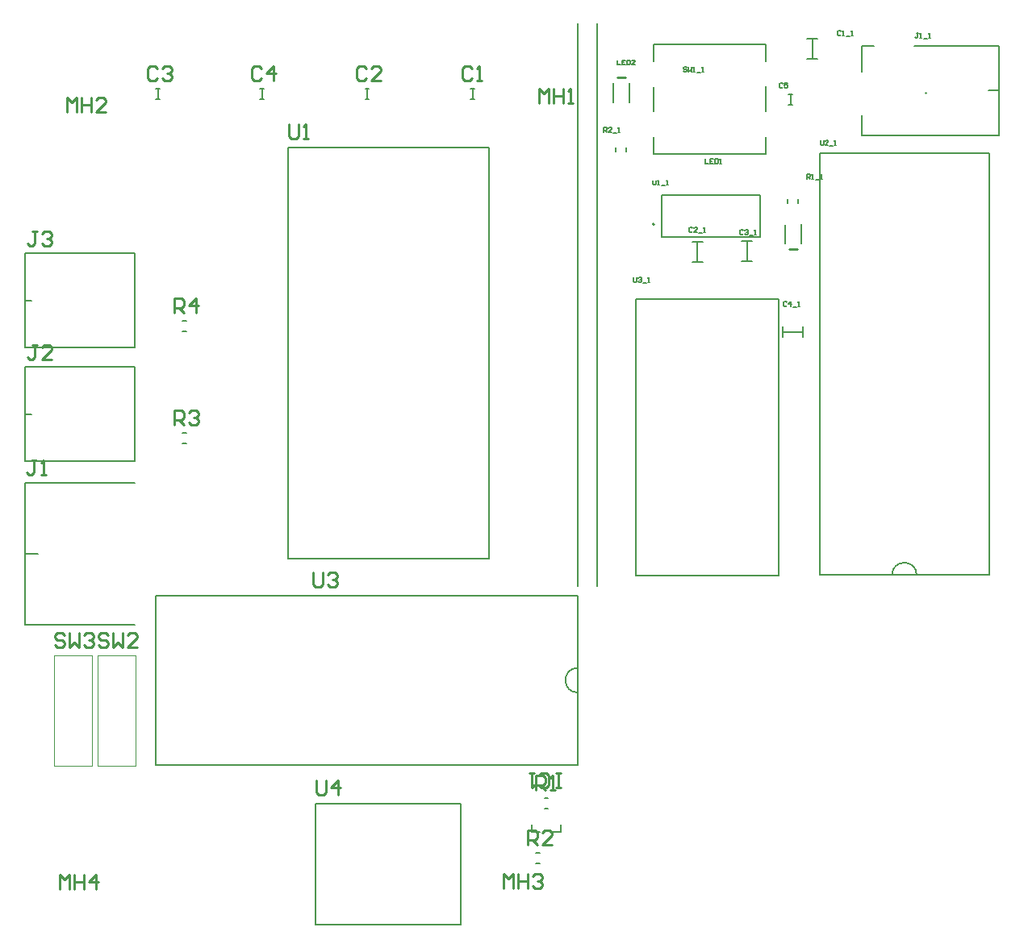
<source format=gto>
G04*
G04 #@! TF.GenerationSoftware,Altium Limited,Altium Designer,24.9.1 (31)*
G04*
G04 Layer_Color=65535*
%FSLAX44Y44*%
%MOMM*%
G71*
G04*
G04 #@! TF.SameCoordinates,08A160DE-048D-4C44-B89D-0D19DBCE6055*
G04*
G04*
G04 #@! TF.FilePolarity,Positive*
G04*
G01*
G75*
%ADD10C,0.1270*%
%ADD11C,0.2000*%
%ADD12C,0.1500*%
%ADD13C,0.2540*%
%ADD14C,0.1524*%
%ADD15C,0.1000*%
D10*
X955292Y2424430D02*
G03*
X929389Y2424430I-12952J0D01*
G01*
X599694Y2326891D02*
G03*
X599694Y2300988I0J-12952D01*
G01*
X897970Y2980160D02*
X910026D01*
X897970Y2953258D02*
Y2980160D01*
X1041970Y2886160D02*
Y2980160D01*
X897970Y2886160D02*
X1041970D01*
X897970D02*
Y2907030D01*
X952470Y2980160D02*
X1041970D01*
X853440Y2424430D02*
Y2867660D01*
X1031240D01*
Y2424430D02*
Y2867660D01*
X853440Y2424430D02*
X1031240D01*
X687387Y2779395D02*
Y2823845D01*
Y2779395D02*
X790892D01*
Y2823845D01*
X687387D02*
X790892D01*
X156464Y2225040D02*
X599694D01*
X156464D02*
Y2402840D01*
X599694D01*
Y2225040D02*
Y2402840D01*
X20014Y2712720D02*
X26107D01*
X20014Y2663220D02*
Y2762220D01*
X135014D01*
Y2663220D02*
Y2762220D01*
X20014Y2663220D02*
X135014D01*
X20014Y2593340D02*
X26107D01*
X20014Y2543840D02*
Y2642840D01*
X135014D01*
Y2543840D02*
Y2642840D01*
X20014Y2543840D02*
X135014D01*
D11*
X680140Y2792730D02*
G03*
X680140Y2792730I-1000J0D01*
G01*
X620000Y2413000D02*
X620000Y3003550D01*
X600000Y2413000D02*
Y3003550D01*
X679640Y2964410D02*
Y2981910D01*
X796640D01*
Y2866910D02*
Y2884410D01*
X679640Y2866910D02*
X796640D01*
X679640D02*
Y2884410D01*
Y2911410D02*
Y2936910D01*
X796640Y2911410D02*
Y2937410D01*
Y2964410D02*
Y2981910D01*
X660400Y2423990D02*
Y2713990D01*
X810400Y2423990D02*
Y2713990D01*
X660400Y2423990D02*
X810400D01*
X660400Y2713990D02*
X810400D01*
X324104Y2057400D02*
X476504D01*
X324104Y2184400D02*
X476504D01*
Y2057400D02*
Y2184400D01*
X324104Y2057400D02*
Y2184400D01*
X295404Y2441700D02*
X506404D01*
X295404D02*
Y2873700D01*
X506404D01*
Y2441700D02*
Y2873700D01*
X581674Y2154540D02*
Y2162540D01*
X573674Y2154540D02*
X581674D01*
X551674D02*
Y2162540D01*
Y2154540D02*
X559674D01*
D12*
X1030700Y2933160D02*
X1041970D01*
X845820Y2966380D02*
Y2986880D01*
X840320Y2987380D02*
X851320D01*
X840320Y2966380D02*
X851320D01*
X820960Y2929040D02*
X824960D01*
X820960Y2918040D02*
X824960D01*
X822960D02*
Y2929040D01*
X725170Y2753020D02*
Y2773520D01*
X719670Y2774020D02*
X730670D01*
X719670Y2753020D02*
X730670D01*
X815500Y2679700D02*
X836000D01*
X815000Y2674200D02*
Y2685200D01*
X836000Y2674200D02*
Y2685200D01*
X831000Y2814860D02*
Y2818860D01*
X820000Y2814860D02*
Y2818860D01*
X777240Y2754790D02*
Y2775290D01*
X771740Y2754290D02*
X782740D01*
X771740Y2775290D02*
X782740D01*
X639660Y2869470D02*
Y2873470D01*
X650660Y2869470D02*
Y2873470D01*
X19804Y2446420D02*
X33304D01*
X19804Y2520920D02*
X134804D01*
X19804Y2371920D02*
Y2520920D01*
Y2371920D02*
X134664D01*
X266224Y2924390D02*
X270224D01*
X266224Y2935390D02*
X270224D01*
X268224Y2924390D02*
Y2935390D01*
X487204Y2924390D02*
X491204D01*
X487204Y2935390D02*
X491204D01*
X489204Y2924390D02*
Y2935390D01*
X376714Y2924390D02*
X380714D01*
X376714Y2935390D02*
X380714D01*
X378714Y2924390D02*
Y2935390D01*
X184944Y2562440D02*
X188944D01*
X184944Y2573440D02*
X188944D01*
X564674Y2189900D02*
X568674D01*
X564674Y2178900D02*
X568674D01*
X157004Y2924390D02*
X161004D01*
X157004Y2935390D02*
X161004D01*
X159004Y2924390D02*
Y2935390D01*
X555784Y2121750D02*
X559784D01*
X555784Y2132750D02*
X559784D01*
X184944Y2691550D02*
X188944D01*
X184944Y2680550D02*
X188944D01*
X714279Y2957373D02*
X713446Y2958206D01*
X711780D01*
X710947Y2957373D01*
Y2956540D01*
X711780Y2955706D01*
X713446D01*
X714279Y2954873D01*
Y2954041D01*
X713446Y2953207D01*
X711780D01*
X710947Y2954041D01*
X715945Y2958206D02*
Y2953207D01*
X717611Y2954873D01*
X719277Y2953207D01*
Y2958206D01*
X720944Y2953207D02*
X722610D01*
X721777D01*
Y2958206D01*
X720944Y2957373D01*
X725109Y2952374D02*
X728441D01*
X730107Y2953207D02*
X731773D01*
X730940D01*
Y2958206D01*
X730107Y2957373D01*
X956808Y2993766D02*
X955142D01*
X955975D01*
Y2989601D01*
X955142Y2988767D01*
X954309D01*
X953476Y2989601D01*
X958474Y2988767D02*
X960140D01*
X959307D01*
Y2993766D01*
X958474Y2992933D01*
X962640Y2987934D02*
X965972D01*
X967638Y2988767D02*
X969304D01*
X968471D01*
Y2993766D01*
X967638Y2992933D01*
X854202Y2880786D02*
Y2876621D01*
X855035Y2875788D01*
X856701D01*
X857534Y2876621D01*
Y2880786D01*
X862533Y2875788D02*
X859200D01*
X862533Y2879120D01*
Y2879953D01*
X861700Y2880786D01*
X860033D01*
X859200Y2879953D01*
X864199Y2874955D02*
X867531D01*
X869197Y2875788D02*
X870863D01*
X870030D01*
Y2880786D01*
X869197Y2879953D01*
X678688Y2839130D02*
Y2834965D01*
X679521Y2834132D01*
X681187D01*
X682020Y2834965D01*
Y2839130D01*
X683686Y2834132D02*
X685352D01*
X684519D01*
Y2839130D01*
X683686Y2838297D01*
X687852Y2833299D02*
X691184D01*
X692850Y2834132D02*
X694516D01*
X693683D01*
Y2839130D01*
X692850Y2838297D01*
X658419Y2737226D02*
Y2733060D01*
X659252Y2732227D01*
X660919D01*
X661752Y2733060D01*
Y2737226D01*
X663418Y2736393D02*
X664251Y2737226D01*
X665917D01*
X666750Y2736393D01*
Y2735560D01*
X665917Y2734727D01*
X665084D01*
X665917D01*
X666750Y2733893D01*
Y2733060D01*
X665917Y2732227D01*
X664251D01*
X663418Y2733060D01*
X668416Y2731394D02*
X671748D01*
X673415Y2732227D02*
X675081D01*
X674248D01*
Y2737226D01*
X673415Y2736393D01*
X875528Y2995473D02*
X874695Y2996306D01*
X873029D01*
X872196Y2995473D01*
Y2992141D01*
X873029Y2991307D01*
X874695D01*
X875528Y2992141D01*
X877194Y2991307D02*
X878860D01*
X878027D01*
Y2996306D01*
X877194Y2995473D01*
X881360Y2990474D02*
X884692D01*
X886358Y2991307D02*
X888024D01*
X887191D01*
Y2996306D01*
X886358Y2995473D01*
X814608Y2940659D02*
X813775Y2941492D01*
X812109D01*
X811276Y2940659D01*
Y2937327D01*
X812109Y2936494D01*
X813775D01*
X814608Y2937327D01*
X819607Y2941492D02*
X816274D01*
Y2938993D01*
X817941Y2939826D01*
X818773D01*
X819607Y2938993D01*
Y2937327D01*
X818773Y2936494D01*
X817107D01*
X816274Y2937327D01*
X720172Y2788463D02*
X719339Y2789296D01*
X717673D01*
X716839Y2788463D01*
Y2785130D01*
X717673Y2784297D01*
X719339D01*
X720172Y2785130D01*
X725170Y2784297D02*
X721838D01*
X725170Y2787630D01*
Y2788463D01*
X724337Y2789296D01*
X722671D01*
X721838Y2788463D01*
X726836Y2783464D02*
X730168D01*
X731834Y2784297D02*
X733501D01*
X732668D01*
Y2789296D01*
X731834Y2788463D01*
X641076Y2965289D02*
Y2960291D01*
X644409D01*
X649407Y2965289D02*
X646075D01*
Y2960291D01*
X649407D01*
X646075Y2962790D02*
X647741D01*
X651073Y2965289D02*
Y2960291D01*
X653572D01*
X654405Y2961124D01*
Y2964456D01*
X653572Y2965289D01*
X651073D01*
X659404Y2960291D02*
X656071D01*
X659404Y2963623D01*
Y2964456D01*
X658571Y2965289D01*
X656905D01*
X656071Y2964456D01*
X819180Y2711043D02*
X818347Y2711877D01*
X816681D01*
X815848Y2711043D01*
Y2707711D01*
X816681Y2706878D01*
X818347D01*
X819180Y2707711D01*
X823345Y2706878D02*
Y2711877D01*
X820846Y2709377D01*
X824179D01*
X825845Y2706045D02*
X829177D01*
X830843Y2706878D02*
X832509D01*
X831676D01*
Y2711877D01*
X830843Y2711043D01*
X840446Y2840177D02*
Y2845176D01*
X842945D01*
X843778Y2844343D01*
Y2842676D01*
X842945Y2841844D01*
X840446D01*
X842112D02*
X843778Y2840177D01*
X845444D02*
X847110D01*
X846277D01*
Y2845176D01*
X845444Y2844343D01*
X849610Y2839344D02*
X852942D01*
X854608Y2840177D02*
X856274D01*
X855441D01*
Y2845176D01*
X854608Y2844343D01*
X733349Y2861269D02*
Y2856271D01*
X736682D01*
X741680Y2861269D02*
X738348D01*
Y2856271D01*
X741680D01*
X738348Y2858770D02*
X740014D01*
X743346Y2861269D02*
Y2856271D01*
X745845D01*
X746678Y2857104D01*
Y2860436D01*
X745845Y2861269D01*
X743346D01*
X748344Y2856271D02*
X750011D01*
X749178D01*
Y2861269D01*
X748344Y2860436D01*
X773512Y2785923D02*
X772679Y2786756D01*
X771012D01*
X770179Y2785923D01*
Y2782590D01*
X771012Y2781758D01*
X772679D01*
X773512Y2782590D01*
X775178Y2785923D02*
X776011Y2786756D01*
X777677D01*
X778510Y2785923D01*
Y2785090D01*
X777677Y2784257D01*
X776844D01*
X777677D01*
X778510Y2783423D01*
Y2782590D01*
X777677Y2781758D01*
X776011D01*
X775178Y2782590D01*
X780176Y2780924D02*
X783508D01*
X785174Y2781758D02*
X786841D01*
X786008D01*
Y2786756D01*
X785174Y2785923D01*
X626669Y2889707D02*
Y2894706D01*
X629169D01*
X630002Y2893873D01*
Y2892206D01*
X629169Y2891374D01*
X626669D01*
X628335D02*
X630002Y2889707D01*
X635000D02*
X631668D01*
X635000Y2893040D01*
Y2893873D01*
X634167Y2894706D01*
X632501D01*
X631668Y2893873D01*
X636666Y2888874D02*
X639998D01*
X641665Y2889707D02*
X643331D01*
X642498D01*
Y2894706D01*
X641665Y2893873D01*
D13*
X964890Y2931160D02*
X964970D01*
X640842Y2947162D02*
X649478D01*
X821182Y2766568D02*
X829818D01*
X321568Y2426967D02*
Y2414272D01*
X324107Y2411732D01*
X329186D01*
X331725Y2414272D01*
Y2426967D01*
X336803Y2424428D02*
X339342Y2426967D01*
X344421D01*
X346960Y2424428D01*
Y2421889D01*
X344421Y2419350D01*
X341881D01*
X344421D01*
X346960Y2416811D01*
Y2414272D01*
X344421Y2411732D01*
X339342D01*
X336803Y2414272D01*
X31747Y2544567D02*
X26668D01*
X29207D01*
Y2531871D01*
X26668Y2529332D01*
X24129D01*
X21590Y2531871D01*
X36825Y2529332D02*
X41903D01*
X39364D01*
Y2544567D01*
X36825Y2542028D01*
X107185Y2361434D02*
X104646Y2363973D01*
X99567D01*
X97028Y2361434D01*
Y2358895D01*
X99567Y2356355D01*
X104646D01*
X107185Y2353816D01*
Y2351277D01*
X104646Y2348738D01*
X99567D01*
X97028Y2351277D01*
X112263Y2363973D02*
Y2348738D01*
X117341Y2353816D01*
X122420Y2348738D01*
Y2363973D01*
X137655Y2348738D02*
X127498D01*
X137655Y2358895D01*
Y2361434D01*
X135116Y2363973D01*
X130037D01*
X127498Y2361434D01*
X61465Y2361180D02*
X58925Y2363719D01*
X53847D01*
X51308Y2361180D01*
Y2358641D01*
X53847Y2356102D01*
X58925D01*
X61465Y2353562D01*
Y2351023D01*
X58925Y2348484D01*
X53847D01*
X51308Y2351023D01*
X66543Y2363719D02*
Y2348484D01*
X71621Y2353562D01*
X76700Y2348484D01*
Y2363719D01*
X81778Y2361180D02*
X84317Y2363719D01*
X89396D01*
X91935Y2361180D01*
Y2358641D01*
X89396Y2356102D01*
X86856D01*
X89396D01*
X91935Y2353562D01*
Y2351023D01*
X89396Y2348484D01*
X84317D01*
X81778Y2351023D01*
X55880Y2094484D02*
Y2109719D01*
X60958Y2104641D01*
X66037Y2109719D01*
Y2094484D01*
X71115Y2109719D02*
Y2094484D01*
Y2102101D01*
X81272D01*
Y2109719D01*
Y2094484D01*
X93968D02*
Y2109719D01*
X86350Y2102101D01*
X96507D01*
X521970Y2095754D02*
Y2110989D01*
X527048Y2105911D01*
X532127Y2110989D01*
Y2095754D01*
X537205Y2110989D02*
Y2095754D01*
Y2103371D01*
X547362D01*
Y2110989D01*
Y2095754D01*
X552440Y2108450D02*
X554979Y2110989D01*
X560058D01*
X562597Y2108450D01*
Y2105911D01*
X560058Y2103371D01*
X557519D01*
X560058D01*
X562597Y2100832D01*
Y2098293D01*
X560058Y2095754D01*
X554979D01*
X552440Y2098293D01*
X559060Y2919732D02*
Y2934968D01*
X564138Y2929889D01*
X569216Y2934968D01*
Y2919732D01*
X574295Y2934968D02*
Y2919732D01*
Y2927350D01*
X584452D01*
Y2934968D01*
Y2919732D01*
X589530D02*
X594608D01*
X592069D01*
Y2934968D01*
X589530Y2932428D01*
X325374Y2208525D02*
Y2195829D01*
X327913Y2193290D01*
X332991D01*
X335531Y2195829D01*
Y2208525D01*
X348227Y2193290D02*
Y2208525D01*
X340609Y2200907D01*
X350766D01*
X296926Y2898135D02*
Y2885439D01*
X299465Y2882900D01*
X304543D01*
X307083Y2885439D01*
Y2898135D01*
X312161Y2882900D02*
X317239D01*
X314700D01*
Y2898135D01*
X312161Y2895596D01*
X63761Y2910842D02*
Y2926078D01*
X68839Y2920999D01*
X73917Y2926078D01*
Y2910842D01*
X78996Y2926078D02*
Y2910842D01*
Y2918460D01*
X89152D01*
Y2926078D01*
Y2910842D01*
X104387D02*
X94231D01*
X104387Y2920999D01*
Y2923538D01*
X101848Y2926078D01*
X96770D01*
X94231Y2923538D01*
X32001Y2785613D02*
X26922D01*
X29462D01*
Y2772917D01*
X26922Y2770378D01*
X24383D01*
X21844Y2772917D01*
X37079Y2783074D02*
X39618Y2785613D01*
X44697D01*
X47236Y2783074D01*
Y2780535D01*
X44697Y2777996D01*
X42157D01*
X44697D01*
X47236Y2775456D01*
Y2772917D01*
X44697Y2770378D01*
X39618D01*
X37079Y2772917D01*
X32001Y2666233D02*
X26922D01*
X29462D01*
Y2653537D01*
X26922Y2650998D01*
X24383D01*
X21844Y2653537D01*
X47236Y2650998D02*
X37079D01*
X47236Y2661155D01*
Y2663694D01*
X44697Y2666233D01*
X39618D01*
X37079Y2663694D01*
X267713Y2956556D02*
X265173Y2959095D01*
X260095D01*
X257556Y2956556D01*
Y2946399D01*
X260095Y2943860D01*
X265173D01*
X267713Y2946399D01*
X280409Y2943860D02*
Y2959095D01*
X272791Y2951477D01*
X282948D01*
X488693Y2956556D02*
X486153Y2959095D01*
X481075D01*
X478536Y2956556D01*
Y2946399D01*
X481075Y2943860D01*
X486153D01*
X488693Y2946399D01*
X493771Y2943860D02*
X498849D01*
X496310D01*
Y2959095D01*
X493771Y2956556D01*
X378203D02*
X375663Y2959095D01*
X370585D01*
X368046Y2956556D01*
Y2946399D01*
X370585Y2943860D01*
X375663D01*
X378203Y2946399D01*
X393438Y2943860D02*
X383281D01*
X393438Y2954017D01*
Y2956556D01*
X390899Y2959095D01*
X385820D01*
X383281Y2956556D01*
X176276Y2581910D02*
Y2597145D01*
X183894D01*
X186433Y2594606D01*
Y2589528D01*
X183894Y2586988D01*
X176276D01*
X181354D02*
X186433Y2581910D01*
X191511Y2594606D02*
X194050Y2597145D01*
X199129D01*
X201668Y2594606D01*
Y2592067D01*
X199129Y2589528D01*
X196589D01*
X199129D01*
X201668Y2586988D01*
Y2584449D01*
X199129Y2581910D01*
X194050D01*
X191511Y2584449D01*
X556006Y2198370D02*
Y2213605D01*
X563624D01*
X566163Y2211066D01*
Y2205988D01*
X563624Y2203448D01*
X556006D01*
X561084D02*
X566163Y2198370D01*
X571241D02*
X576319D01*
X573780D01*
Y2213605D01*
X571241Y2211066D01*
X158493Y2956556D02*
X155954Y2959095D01*
X150875D01*
X148336Y2956556D01*
Y2946399D01*
X150875Y2943860D01*
X155954D01*
X158493Y2946399D01*
X163571Y2956556D02*
X166110Y2959095D01*
X171189D01*
X173728Y2956556D01*
Y2954017D01*
X171189Y2951477D01*
X168649D01*
X171189D01*
X173728Y2948938D01*
Y2946399D01*
X171189Y2943860D01*
X166110D01*
X163571Y2946399D01*
X581909Y2200912D02*
X576830D01*
X579370D01*
Y2216147D01*
X581909D01*
X576830D01*
X559056Y2203452D02*
X561595Y2200912D01*
X566674D01*
X569213Y2203452D01*
Y2213608D01*
X566674Y2216147D01*
X561595D01*
X559056Y2213608D01*
X553978Y2216147D02*
X548899D01*
X551438D01*
Y2200912D01*
X553978Y2203452D01*
X547116Y2141220D02*
Y2156455D01*
X554734D01*
X557273Y2153916D01*
Y2148837D01*
X554734Y2146298D01*
X547116D01*
X552194D02*
X557273Y2141220D01*
X572508D02*
X562351D01*
X572508Y2151377D01*
Y2153916D01*
X569969Y2156455D01*
X564890D01*
X562351Y2153916D01*
X176276Y2700020D02*
Y2715255D01*
X183894D01*
X186433Y2712716D01*
Y2707638D01*
X183894Y2705098D01*
X176276D01*
X181354D02*
X186433Y2700020D01*
X199129D02*
Y2715255D01*
X191511Y2707638D01*
X201668D01*
D14*
X653542Y2921254D02*
Y2941320D01*
X636778Y2921000D02*
Y2941066D01*
X833882Y2772664D02*
Y2792730D01*
X817118Y2772410D02*
Y2792476D01*
D15*
X95614Y2340190D02*
X135614D01*
X95614Y2224190D02*
Y2340190D01*
Y2224190D02*
X135614D01*
Y2340190D01*
X49894Y2339790D02*
X89894D01*
X49894Y2223790D02*
Y2339790D01*
Y2223790D02*
X89894D01*
Y2339790D01*
M02*

</source>
